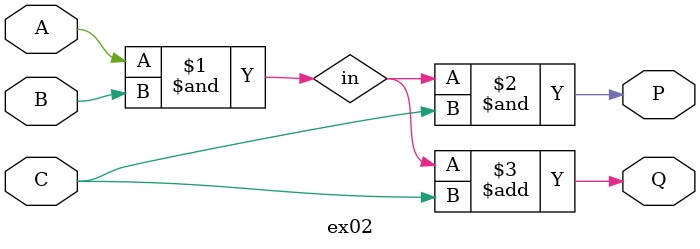
<source format=v>

module ex02(
    input A,
    input B,
    input C,
    output P,
    output Q);

    wire in; // Intermediate Wire 

    assign in = A & B;
    assign P = in & C;
    assign Q = in + C;

endmodule
</source>
